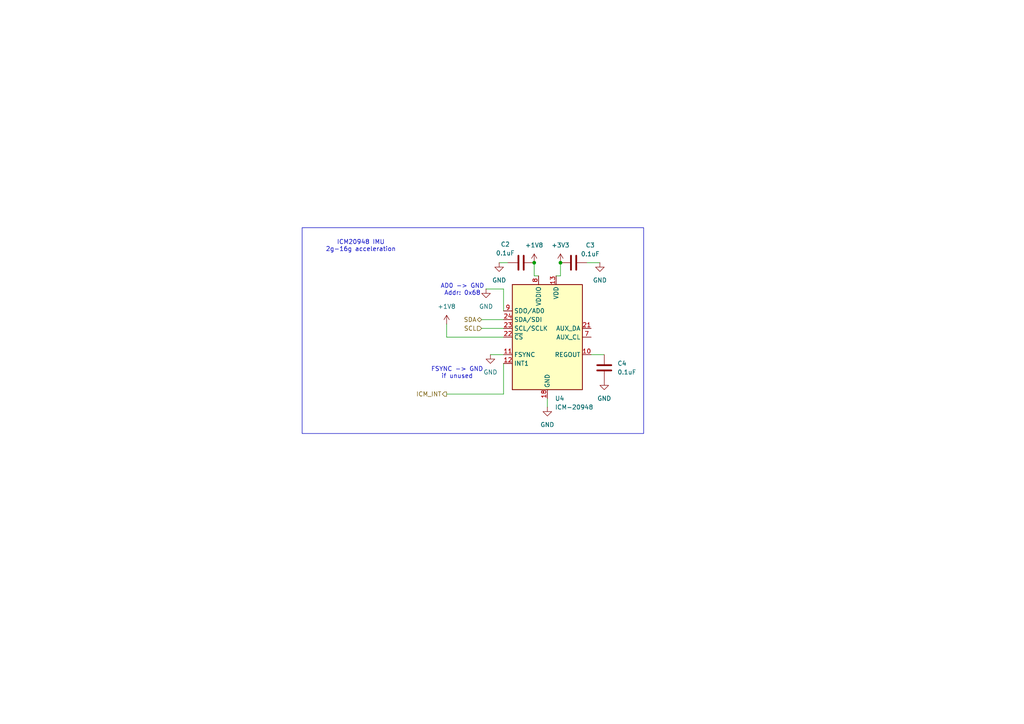
<source format=kicad_sch>
(kicad_sch (version 20231120) (generator "eeschema") (generator_version "8.0")
  (paper "A4")
  (lib_symbols
    (symbol "Device:C" (pin_numbers hide) (pin_names (offset 0.254))
      (property "Reference" "C" (at 0.635 2.54 0))
      (property "Value" "C" (at 0.635 -2.54 0))
      (symbol "C_0_1"
        (polyline (pts (xy -2.032 -0.762) (xy 2.032 -0.762)) (stroke (width 0.508)))
        (polyline (pts (xy -2.032 0.762) (xy 2.032 0.762)) (stroke (width 0.508)))
      )
      (symbol "C_1_1"
        (pin passive line (at 0 3.81 270) (length 2.794) (name "~") (number "1"))
        (pin passive line (at 0 -3.81 90) (length 2.794) (name "~") (number "2"))
      )
    )
    (symbol "Sensor_Motion:ICM-20948"
      (property "Reference" "U" (at -11.43 16.51 0))
      (property "Value" "ICM-20948" (at 7.62 -16.51 0))
      (symbol "ICM-20948_0_1"
        (rectangle (start -10.16 15.24) (end 10.16 -15.24) (stroke (width 0.254)) (fill (type background)))
      )
      (symbol "ICM-20948_1_1"
        (pin no_connect line (at -10.16 12.7 0) (length 2.54) hide (name "NC") (number "1"))
        (pin passive line (at 12.7 -5.08 180) (length 2.54) (name "REGOUT") (number "10"))
        (pin input line (at -12.7 -5.08 0) (length 2.54) (name "FSYNC") (number "11"))
        (pin output line (at -12.7 -7.62 0) (length 2.54) (name "INT1") (number "12"))
        (pin power_in line (at 2.54 17.78 270) (length 2.54) (name "VDD") (number "13"))
        (pin no_connect line (at 10.16 7.62 180) (length 2.54) hide (name "NC") (number "14"))
        (pin no_connect line (at 10.16 5.08 180) (length 2.54) hide (name "NC") (number "15"))
        (pin no_connect line (at 10.16 -7.62 180) (length 2.54) hide (name "NC") (number "16"))
        (pin no_connect line (at 10.16 -10.16 180) (length 2.54) hide (name "NC") (number "17"))
        (pin power_in line (at 0 -17.78 90) (length 2.54) (name "GND") (number "18"))
        (pin no_connect line (at 10.16 -12.7 180) (length 2.54) hide (name "RESV") (number "19"))
        (pin no_connect line (at -10.16 10.16 0) (length 2.54) hide (name "NC") (number "2"))
        (pin passive line (at 0 -17.78 90) (length 2.54) hide (name "GND") (number "20"))
        (pin bidirectional line (at 12.7 2.54 180) (length 2.54) (name "AUX_DA") (number "21"))
        (pin input line (at -12.7 0 0) (length 2.54) (name "~{CS}") (number "22"))
        (pin input line (at -12.7 2.54 0) (length 2.54) (name "SCL/SCLK") (number "23"))
        (pin bidirectional line (at -12.7 5.08 0) (length 2.54) (name "SDA/SDI") (number "24"))
        (pin no_connect line (at -10.16 -2.54 0) (length 2.54) hide (name "NC") (number "3"))
        (pin no_connect line (at -10.16 -10.16 0) (length 2.54) hide (name "NC") (number "4"))
        (pin no_connect line (at -10.16 -12.7 0) (length 2.54) hide (name "NC") (number "5"))
        (pin no_connect line (at 10.16 10.16 180) (length 2.54) hide (name "NC") (number "6"))
        (pin output line (at 12.7 0 180) (length 2.54) (name "AUX_CL") (number "7"))
        (pin power_in line (at -2.54 17.78 270) (length 2.54) (name "VDDIO") (number "8"))
        (pin bidirectional line (at -12.7 7.62 0) (length 2.54) (name "SDO/AD0") (number "9"))
      )
    )
    (symbol "power:+1V8" (power) (pin_numbers hide) (pin_names (offset 0) hide)
      (property "Value" "+1V8" (at 0 3.556 0))
      (symbol "+1V8_0_1"
        (polyline (pts (xy -0.762 1.27) (xy 0 2.54)))
        (polyline (pts (xy 0 0) (xy 0 2.54)))
        (polyline (pts (xy 0 2.54) (xy 0.762 1.27)))
      )
      (symbol "+1V8_1_1"
        (pin power_in line (at 0 0 90) (length 0) (name "~") (number "1"))
      )
    )
    (symbol "power:+3V3" (power) (pin_numbers hide) (pin_names (offset 0) hide)
      (property "Value" "+3V3" (at 0 3.556 0))
      (symbol "+3V3_0_1"
        (polyline (pts (xy -0.762 1.27) (xy 0 2.54)))
        (polyline (pts (xy 0 0) (xy 0 2.54)))
        (polyline (pts (xy 0 2.54) (xy 0.762 1.27)))
      )
      (symbol "+3V3_1_1"
        (pin power_in line (at 0 0 90) (length 0) (name "~") (number "1"))
      )
    )
    (symbol "power:GND" (power) (pin_numbers hide) (pin_names (offset 0) hide)
      (property "Value" "GND" (at 0 -3.81 0))
      (symbol "GND_0_1"
        (polyline (pts (xy 0 0) (xy 0 -1.27) (xy 1.27 -1.27) (xy 0 -2.54) (xy -1.27 -1.27) (xy 0 -1.27)))
      )
      (symbol "GND_1_1"
        (pin power_in line (at 0 0 270) (length 0) (name "~") (number "1"))
      )
    )
  )
  (junction (at 162.56 76.2))
  (junction (at 154.94 76.2))
  (wire (pts (xy 129.54 93.98) (xy 129.54 97.79)))
  (wire (pts (xy 129.54 97.79) (xy 146.05 97.79)))
  (wire (pts (xy 146.05 114.3) (xy 146.05 105.41)))
  (wire (pts (xy 140.97 83.82) (xy 146.05 83.82)))
  (wire (pts (xy 139.7 92.71) (xy 146.05 92.71)))
  (wire (pts (xy 162.56 80.01) (xy 161.29 80.01)))
  (wire (pts (xy 158.75 118.11) (xy 158.75 115.57)))
  (wire (pts (xy 154.94 80.01) (xy 156.21 80.01)))
  (wire (pts (xy 170.18 76.2) (xy 173.99 76.2)))
  (wire (pts (xy 129.54 114.3) (xy 146.05 114.3)))
  (wire (pts (xy 142.24 102.87) (xy 146.05 102.87)))
  (wire (pts (xy 162.56 76.2) (xy 162.56 80.01)))
  (wire (pts (xy 139.7 95.25) (xy 146.05 95.25)))
  (wire (pts (xy 154.94 76.2) (xy 154.94 80.01)))
  (wire (pts (xy 171.45 102.87) (xy 175.26 102.87)))
  (wire (pts (xy 144.78 76.2) (xy 147.32 76.2)))
  (wire (pts (xy 146.05 90.17) (xy 146.05 83.82)))
  (rectangle (start 87.63 66.04) (end 186.69 125.73))
  (text "ICM20948 IMU\n2g-16g acceleration" (at 104.648 71.374 0) (effects (font (size 1.27 1.27))))
  (text "FSYNC -> GND\nif unused" (at 132.588 108.204 0) (effects (font (size 1.27 1.27))))
  (text "AD0 -> GND\nAddr: 0x68" (at 134.112 84.074 0) (effects (font (size 1.27 1.27))))
  (hierarchical_label "SDA" (shape bidirectional) (at 139.7 92.71 180))
  (hierarchical_label "SCL" (shape input) (at 139.7 95.25 180))
  (hierarchical_label "ICM_INT" (shape output) (at 129.54 114.3 180))
  (symbol (lib_id "power:GND") (at 144.78 76.2 0) (unit 1)
    (property "Reference" "#PWR023" (effects (hide yes)))
    (property "Value" "GND" (at 144.78 81.28 0))
    (property "Description" "Power symbol creates a global label with name \"GND\" , ground" (effects (hide yes)))
    (instances (project "Flight Computer V1" (path "" (reference "#PWR023") (unit 1)) (path "" (reference "#PWR078") (unit 1))))
  )
  (symbol (lib_id "Device:C") (at 151.13 76.2 90) (unit 1)
    (property "Reference" "C2" (at 146.558 70.866 90))
    (property "Value" "0.1uF" (at 146.558 73.406 90))
    (property "Footprint" "Capacitor_SMD:C_0603_1608Metric" (effects (hide yes)))
    (property "Description" "Unpolarized capacitor" (effects (hide yes)))
    (instances (project "Flight Computer V1" (path "" (reference "C2") (unit 1)) (path "" (reference "C25") (unit 1))))
  )
  (symbol (lib_id "power:GND") (at 158.75 118.11 0) (unit 1)
    (property "Reference" "#PWR025" (effects (hide yes)))
    (property "Value" "GND" (at 158.75 123.19 0))
    (property "Description" "Power symbol creates a global label with name \"GND\" , ground" (effects (hide yes)))
    (instances (project "Flight Computer V1" (path "" (reference "#PWR025") (unit 1)) (path "" (reference "#PWR080") (unit 1))))
  )
  (symbol (lib_id "power:GND") (at 175.26 110.49 0) (unit 1)
    (property "Reference" "#PWR028" (effects (hide yes)))
    (property "Value" "GND" (at 175.26 115.57 0))
    (property "Description" "Power symbol creates a global label with name \"GND\" , ground" (effects (hide yes)))
    (instances (project "Flight Computer V1" (path "" (reference "#PWR028") (unit 1)) (path "" (reference "#PWR083") (unit 1))))
  )
  (symbol (lib_id "Device:C") (at 175.26 106.68 0) (unit 1)
    (property "Reference" "C4" (at 179.07 105.4099 0) (effects (justify left)))
    (property "Value" "0.1uF" (at 179.07 107.9499 0) (effects (justify left)))
    (property "Footprint" "Capacitor_SMD:C_0603_1608Metric" (effects (hide yes)))
    (property "Description" "Unpolarized capacitor" (effects (hide yes)))
    (instances (project "Flight Computer V1" (path "" (reference "C4") (unit 1)) (path "" (reference "C27") (unit 1))))
  )
  (symbol (lib_id "power:GND") (at 140.97 83.82 0) (unit 1)
    (property "Reference" "#PWR021" (effects (hide yes)))
    (property "Value" "GND" (at 140.97 88.9 0))
    (property "Description" "Power symbol creates a global label with name \"GND\" , ground" (effects (hide yes)))
    (instances (project "Flight Computer V1" (path "" (reference "#PWR021") (unit 1)) (path "" (reference "#PWR076") (unit 1))))
  )
  (symbol (lib_id "power:GND") (at 173.99 76.2 0) (unit 1)
    (property "Reference" "#PWR027" (effects (hide yes)))
    (property "Value" "GND" (at 173.99 81.28 0))
    (property "Description" "Power symbol creates a global label with name \"GND\" , ground" (effects (hide yes)))
    (instances (project "Flight Computer V1" (path "" (reference "#PWR027") (unit 1)) (path "" (reference "#PWR082") (unit 1))))
  )
  (symbol (lib_id "power:GND") (at 142.24 102.87 0) (unit 1)
    (property "Reference" "#PWR022" (effects (hide yes)))
    (property "Value" "GND" (at 142.24 107.95 0))
    (property "Description" "Power symbol creates a global label with name \"GND\" , ground" (effects (hide yes)))
    (instances (project "Flight Computer V1" (path "" (reference "#PWR022") (unit 1)) (path "" (reference "#PWR077") (unit 1))))
  )
  (symbol (lib_id "Device:C") (at 166.37 76.2 90) (unit 1)
    (property "Reference" "C3" (at 171.196 71.12 90))
    (property "Value" "0.1uF" (at 171.196 73.66 90))
    (property "Footprint" "Capacitor_SMD:C_0603_1608Metric" (effects (hide yes)))
    (property "Description" "Unpolarized capacitor" (effects (hide yes)))
    (instances (project "Flight Computer V1" (path "" (reference "C3") (unit 1)) (path "" (reference "C26") (unit 1))))
  )
  (symbol (lib_id "Sensor_Motion:ICM-20948") (at 158.75 97.79 0) (unit 1)
    (property "Reference" "U4" (at 160.9441 115.57 0) (effects (justify left)))
    (property "Value" "ICM-20948" (at 160.9441 118.11 0) (effects (justify left)))
    (property "Footprint" "Sensor_Motion:InvenSense_QFN-24_3x3mm_P0.4mm" (effects (hide yes)))
    (property "Datasheet" "http://www.invensense.com/wp-content/uploads/2016/06/DS-000189-ICM-20948-v1.3.pdf" (effects (hide yes)))
    (property "Description" "InvenSense 9-Axis Motion Sensor, Accelerometer, Gyroscope, Compass, I2C/SPI, QFN-24" (effects (hide yes)))
    (instances (project "Flight Computer V1" (path "" (reference "U4") (unit 1)) (path "" (reference "U12") (unit 1))))
  )
  (symbol (lib_id "power:+1V8") (at 129.54 93.98 0) (unit 1)
    (property "Reference" "#PWR020" (effects (hide yes)))
    (property "Value" "+1V8" (at 129.54 88.9 0))
    (property "Description" "Power symbol creates a global label with name \"+1V8\"" (effects (hide yes)))
    (instances (project "Flight Computer V1" (path "" (reference "#PWR020") (unit 1)) (path "" (reference "#PWR075") (unit 1))))
  )
  (symbol (lib_id "power:+3V3") (at 162.56 76.2 0) (unit 1)
    (property "Reference" "#PWR026" (effects (hide yes)))
    (property "Value" "+3V3" (at 162.56 71.12 0))
    (property "Description" "Power symbol creates a global label with name \"+3V3\"" (effects (hide yes)))
    (instances (project "Flight Computer V1" (path "" (reference "#PWR026") (unit 1)) (path "" (reference "#PWR081") (unit 1))))
  )
  (symbol (lib_id "power:+1V8") (at 154.94 76.2 0) (unit 1)
    (property "Reference" "#PWR024" (effects (hide yes)))
    (property "Value" "+1V8" (at 154.94 71.12 0))
    (property "Description" "Power symbol creates a global label with name \"+1V8\"" (effects (hide yes)))
    (instances (project "Flight Computer V1" (path "" (reference "#PWR024") (unit 1)) (path "" (reference "#PWR079") (unit 1))))
  )
)
</source>
